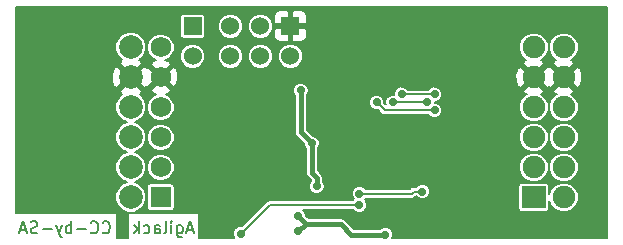
<source format=gbr>
G04 #@! TF.FileFunction,Copper,L2,Bot,Signal*
%FSLAX46Y46*%
G04 Gerber Fmt 4.6, Leading zero omitted, Abs format (unit mm)*
G04 Created by KiCad (PCBNEW 4.0.2+dfsg1-stable) date mar. 12 sept. 2017 23:56:27 CEST*
%MOMM*%
G01*
G04 APERTURE LIST*
%ADD10C,0.100000*%
%ADD11C,0.152400*%
%ADD12R,2.000000X1.900000*%
%ADD13C,1.900000*%
%ADD14C,1.750000*%
%ADD15R,1.750000X1.750000*%
%ADD16C,2.000000*%
%ADD17R,1.524000X1.524000*%
%ADD18C,1.524000*%
%ADD19C,0.711200*%
%ADD20C,0.406400*%
%ADD21C,0.203200*%
%ADD22C,0.200000*%
G04 APERTURE END LIST*
D10*
D11*
X130814366Y-114288843D02*
X130861985Y-114336462D01*
X131004842Y-114384081D01*
X131100080Y-114384081D01*
X131242938Y-114336462D01*
X131338176Y-114241224D01*
X131385795Y-114145986D01*
X131433414Y-113955510D01*
X131433414Y-113812652D01*
X131385795Y-113622176D01*
X131338176Y-113526938D01*
X131242938Y-113431700D01*
X131100080Y-113384081D01*
X131004842Y-113384081D01*
X130861985Y-113431700D01*
X130814366Y-113479319D01*
X129814366Y-114288843D02*
X129861985Y-114336462D01*
X130004842Y-114384081D01*
X130100080Y-114384081D01*
X130242938Y-114336462D01*
X130338176Y-114241224D01*
X130385795Y-114145986D01*
X130433414Y-113955510D01*
X130433414Y-113812652D01*
X130385795Y-113622176D01*
X130338176Y-113526938D01*
X130242938Y-113431700D01*
X130100080Y-113384081D01*
X130004842Y-113384081D01*
X129861985Y-113431700D01*
X129814366Y-113479319D01*
X129385795Y-114003129D02*
X128623890Y-114003129D01*
X128147700Y-114384081D02*
X128147700Y-113384081D01*
X128147700Y-113765033D02*
X128052462Y-113717414D01*
X127861985Y-113717414D01*
X127766747Y-113765033D01*
X127719128Y-113812652D01*
X127671509Y-113907890D01*
X127671509Y-114193605D01*
X127719128Y-114288843D01*
X127766747Y-114336462D01*
X127861985Y-114384081D01*
X128052462Y-114384081D01*
X128147700Y-114336462D01*
X127338176Y-113717414D02*
X127100081Y-114384081D01*
X126861985Y-113717414D02*
X127100081Y-114384081D01*
X127195319Y-114622176D01*
X127242938Y-114669795D01*
X127338176Y-114717414D01*
X126481033Y-114003129D02*
X125719128Y-114003129D01*
X125290557Y-114336462D02*
X125147700Y-114384081D01*
X124909604Y-114384081D01*
X124814366Y-114336462D01*
X124766747Y-114288843D01*
X124719128Y-114193605D01*
X124719128Y-114098367D01*
X124766747Y-114003129D01*
X124814366Y-113955510D01*
X124909604Y-113907890D01*
X125100081Y-113860271D01*
X125195319Y-113812652D01*
X125242938Y-113765033D01*
X125290557Y-113669795D01*
X125290557Y-113574557D01*
X125242938Y-113479319D01*
X125195319Y-113431700D01*
X125100081Y-113384081D01*
X124861985Y-113384081D01*
X124719128Y-113431700D01*
X124338176Y-114098367D02*
X123861985Y-114098367D01*
X124433414Y-114384081D02*
X124100081Y-113384081D01*
X123766747Y-114384081D01*
X138442391Y-114098367D02*
X137966200Y-114098367D01*
X138537629Y-114384081D02*
X138204296Y-113384081D01*
X137870962Y-114384081D01*
X137109057Y-113717414D02*
X137109057Y-114526938D01*
X137156676Y-114622176D01*
X137204295Y-114669795D01*
X137299534Y-114717414D01*
X137442391Y-114717414D01*
X137537629Y-114669795D01*
X137109057Y-114336462D02*
X137204295Y-114384081D01*
X137394772Y-114384081D01*
X137490010Y-114336462D01*
X137537629Y-114288843D01*
X137585248Y-114193605D01*
X137585248Y-113907890D01*
X137537629Y-113812652D01*
X137490010Y-113765033D01*
X137394772Y-113717414D01*
X137204295Y-113717414D01*
X137109057Y-113765033D01*
X136632867Y-114384081D02*
X136632867Y-113717414D01*
X136632867Y-113384081D02*
X136680486Y-113431700D01*
X136632867Y-113479319D01*
X136585248Y-113431700D01*
X136632867Y-113384081D01*
X136632867Y-113479319D01*
X136013820Y-114384081D02*
X136109058Y-114336462D01*
X136156677Y-114241224D01*
X136156677Y-113384081D01*
X135204295Y-114384081D02*
X135204295Y-113860271D01*
X135251914Y-113765033D01*
X135347152Y-113717414D01*
X135537629Y-113717414D01*
X135632867Y-113765033D01*
X135204295Y-114336462D02*
X135299533Y-114384081D01*
X135537629Y-114384081D01*
X135632867Y-114336462D01*
X135680486Y-114241224D01*
X135680486Y-114145986D01*
X135632867Y-114050748D01*
X135537629Y-114003129D01*
X135299533Y-114003129D01*
X135204295Y-113955510D01*
X134299533Y-114336462D02*
X134394771Y-114384081D01*
X134585248Y-114384081D01*
X134680486Y-114336462D01*
X134728105Y-114288843D01*
X134775724Y-114193605D01*
X134775724Y-113907890D01*
X134728105Y-113812652D01*
X134680486Y-113765033D01*
X134585248Y-113717414D01*
X134394771Y-113717414D01*
X134299533Y-113765033D01*
X133870962Y-114384081D02*
X133870962Y-113384081D01*
X133775724Y-114003129D02*
X133490009Y-114384081D01*
X133490009Y-113717414D02*
X133870962Y-114098367D01*
D12*
X167309800Y-111350000D03*
D13*
X167309800Y-108810000D03*
X167309800Y-106270000D03*
X167309800Y-103730000D03*
X167309800Y-101190000D03*
X167309800Y-98650000D03*
X169849800Y-111350000D03*
X169849800Y-108810000D03*
X169849800Y-106270000D03*
X169849800Y-103730000D03*
X169849800Y-101190000D03*
X169849800Y-98650000D03*
D14*
X135724900Y-98650000D03*
X135724900Y-101190000D03*
X135724900Y-103730000D03*
X135724900Y-106270000D03*
X135724900Y-108810000D03*
D15*
X135724900Y-111350000D03*
D16*
X133184900Y-98650000D03*
X133184900Y-101190000D03*
X133184900Y-103730000D03*
X133184900Y-106270000D03*
X133184900Y-108810000D03*
X133184900Y-111350000D03*
D17*
X138417300Y-96850200D03*
D18*
X138417300Y-99390200D03*
D17*
X146710400Y-96850200D03*
D18*
X146710400Y-99390200D03*
X144170400Y-96850200D03*
X144170400Y-99390200D03*
X141630400Y-96850200D03*
X141630400Y-99390200D03*
D19*
X156540200Y-113284000D03*
X133261100Y-96291400D03*
X149885400Y-110413800D03*
X158661100Y-107365800D03*
X150634700Y-98539300D03*
X159207200Y-96088200D03*
X154863800Y-97586800D03*
X163169600Y-99987100D03*
X161963100Y-97586800D03*
X164706300Y-96088200D03*
X170434000Y-96291400D03*
X139217400Y-112776000D03*
X152260300Y-102158800D03*
X150799800Y-106692700D03*
X148526500Y-105257600D03*
X138658600Y-103339900D03*
X154736800Y-114503200D03*
X157873700Y-110871000D03*
X152552400Y-111048800D03*
X148945600Y-110413800D03*
X147383500Y-114223800D03*
X147383500Y-112953800D03*
X147586700Y-102298500D03*
X148526500Y-106781600D03*
X158254700Y-103301800D03*
X155397200Y-103301800D03*
X154012900Y-103301800D03*
X158915100Y-103987600D03*
X158915100Y-102616000D03*
X156133800Y-102616000D03*
X152552400Y-112001300D03*
X142519400Y-114427000D03*
D20*
X158661100Y-107365800D02*
X158661100Y-110299500D01*
X158648400Y-113284000D02*
X156540200Y-113284000D01*
X159143700Y-112788700D02*
X158648400Y-113284000D01*
X159143700Y-110782100D02*
X159143700Y-112788700D01*
X158661100Y-110299500D02*
X159143700Y-110782100D01*
X143967200Y-105257600D02*
X145122900Y-105257600D01*
X148678900Y-101422200D02*
X149415500Y-102158800D01*
X146977100Y-101422200D02*
X148678900Y-101422200D01*
X146481800Y-101917500D02*
X146977100Y-101422200D01*
X146481800Y-103898700D02*
X146481800Y-101917500D01*
X145122900Y-105257600D02*
X146481800Y-103898700D01*
X157581600Y-96088200D02*
X156806900Y-95313500D01*
X134239000Y-95313500D02*
X133261100Y-96291400D01*
X156806900Y-95313500D02*
X134239000Y-95313500D01*
X149885400Y-110413800D02*
X149885400Y-109156500D01*
X150799800Y-108242100D02*
X150799800Y-106692700D01*
X149885400Y-109156500D02*
X150799800Y-108242100D01*
X158661100Y-107365800D02*
X158661100Y-106045000D01*
X163169600Y-101536500D02*
X163169600Y-99987100D01*
X158661100Y-106045000D02*
X163169600Y-101536500D01*
X159207200Y-96088200D02*
X161188400Y-96088200D01*
X161188400Y-96088200D02*
X161963100Y-96862900D01*
X154863800Y-97586800D02*
X151587200Y-97586800D01*
X151587200Y-97586800D02*
X150634700Y-98539300D01*
X154863800Y-97586800D02*
X156083000Y-97586800D01*
X157581600Y-96088200D02*
X159207200Y-96088200D01*
X156083000Y-97586800D02*
X157581600Y-96088200D01*
X161963100Y-97586800D02*
X161963100Y-98780600D01*
X161963100Y-98780600D02*
X163169600Y-99987100D01*
X161963100Y-97586800D02*
X161963100Y-96862900D01*
X162737800Y-96088200D02*
X164706300Y-96088200D01*
X161963100Y-96862900D02*
X162737800Y-96088200D01*
X170434000Y-96291400D02*
X171107100Y-96291400D01*
X169849800Y-101190000D02*
X171932600Y-99107200D01*
X171932600Y-97116900D02*
X171932600Y-99107200D01*
X171107100Y-96291400D02*
X171932600Y-97116900D01*
X139217400Y-112776000D02*
X139217400Y-110007400D01*
X139217400Y-110007400D02*
X143967200Y-105257600D01*
X152260300Y-102158800D02*
X149415500Y-102158800D01*
X148526500Y-103047800D02*
X148526500Y-105257600D01*
X149415500Y-102158800D02*
X148526500Y-103047800D01*
X138658600Y-103339900D02*
X142036800Y-103339900D01*
X143954500Y-105257600D02*
X143967200Y-105257600D01*
X142036800Y-103339900D02*
X143954500Y-105257600D01*
X148526500Y-105257600D02*
X149364700Y-105257600D01*
X149364700Y-105257600D02*
X150799800Y-106692700D01*
D21*
X138658600Y-103339900D02*
X137874800Y-103339900D01*
X137874800Y-103339900D02*
X135724900Y-101190000D01*
D20*
X167309800Y-101190000D02*
X167300700Y-101190000D01*
X167309800Y-101190000D02*
X167313400Y-101190000D01*
X167313400Y-101190000D02*
X168579800Y-99923600D01*
X169846200Y-101190000D02*
X168579800Y-99923600D01*
X169849800Y-101190000D02*
X169846200Y-101190000D01*
X167309800Y-101190000D02*
X167306200Y-101193600D01*
X151853900Y-114503200D02*
X154736800Y-114503200D01*
X151853900Y-114503200D02*
X150952200Y-113601500D01*
X148031200Y-113601500D02*
X150952200Y-113601500D01*
D21*
X152552400Y-111048800D02*
X156959300Y-111048800D01*
X157137100Y-110871000D02*
X157873700Y-110871000D01*
X156959300Y-111048800D02*
X157137100Y-110871000D01*
D20*
X148526500Y-109270800D02*
X148945600Y-109689900D01*
X148526500Y-106781600D02*
X148526500Y-109270800D01*
X148945600Y-109689900D02*
X148945600Y-110413800D01*
X148031200Y-113601500D02*
X148005800Y-113601500D01*
X148005800Y-113601500D02*
X147383500Y-114223800D01*
X148031200Y-113601500D02*
X147383500Y-112953800D01*
X147586700Y-105841800D02*
X147586700Y-102298500D01*
X148526500Y-106781600D02*
X147586700Y-105841800D01*
D21*
X158254700Y-103301800D02*
X155397200Y-103301800D01*
X158915100Y-103987600D02*
X154698700Y-103987600D01*
X154698700Y-103987600D02*
X154012900Y-103301800D01*
X156133800Y-102616000D02*
X158915100Y-102616000D01*
X156133800Y-102616000D02*
X156133800Y-102717600D01*
X152552400Y-112001300D02*
X144945100Y-112001300D01*
X144945100Y-112001300D02*
X142519400Y-114427000D01*
D22*
G36*
X173525000Y-114785000D02*
X155329660Y-114785000D01*
X155392286Y-114634179D01*
X155392514Y-114373365D01*
X155292915Y-114132318D01*
X155108652Y-113947733D01*
X154867779Y-113847714D01*
X154606965Y-113847486D01*
X154365918Y-113947085D01*
X154312911Y-114000000D01*
X152062332Y-114000000D01*
X151308016Y-113245684D01*
X151144766Y-113136604D01*
X150952200Y-113098300D01*
X148239632Y-113098300D01*
X148039149Y-112897817D01*
X148039214Y-112823965D01*
X147939615Y-112582918D01*
X147759911Y-112402900D01*
X152026949Y-112402900D01*
X152180548Y-112556767D01*
X152421421Y-112656786D01*
X152682235Y-112657014D01*
X152923282Y-112557415D01*
X153107867Y-112373152D01*
X153207886Y-112132279D01*
X153208114Y-111871465D01*
X153108515Y-111630418D01*
X153003309Y-111525028D01*
X153078067Y-111450400D01*
X156959300Y-111450400D01*
X157112986Y-111419830D01*
X157243274Y-111332774D01*
X157303448Y-111272600D01*
X157348249Y-111272600D01*
X157501848Y-111426467D01*
X157742721Y-111526486D01*
X158003535Y-111526714D01*
X158244582Y-111427115D01*
X158429167Y-111242852D01*
X158529186Y-111001979D01*
X158529414Y-110741165D01*
X158429815Y-110500118D01*
X158329872Y-110400000D01*
X166003923Y-110400000D01*
X166003923Y-112300000D01*
X166024842Y-112411173D01*
X166090545Y-112513279D01*
X166190797Y-112581778D01*
X166309800Y-112605877D01*
X168309800Y-112605877D01*
X168420973Y-112584958D01*
X168523079Y-112519255D01*
X168591578Y-112419003D01*
X168615677Y-112300000D01*
X168615677Y-111636500D01*
X168789484Y-112057143D01*
X169140807Y-112409081D01*
X169600069Y-112599783D01*
X170097350Y-112600217D01*
X170556943Y-112410316D01*
X170908881Y-112058993D01*
X171099583Y-111599731D01*
X171100017Y-111102450D01*
X170910116Y-110642857D01*
X170558793Y-110290919D01*
X170099531Y-110100217D01*
X169602250Y-110099783D01*
X169142657Y-110289684D01*
X168790719Y-110641007D01*
X168615677Y-111062555D01*
X168615677Y-110400000D01*
X168594758Y-110288827D01*
X168529055Y-110186721D01*
X168428803Y-110118222D01*
X168309800Y-110094123D01*
X166309800Y-110094123D01*
X166198627Y-110115042D01*
X166096521Y-110180745D01*
X166028022Y-110280997D01*
X166003923Y-110400000D01*
X158329872Y-110400000D01*
X158245552Y-110315533D01*
X158004679Y-110215514D01*
X157743865Y-110215286D01*
X157502818Y-110314885D01*
X157348033Y-110469400D01*
X157137100Y-110469400D01*
X156983414Y-110499970D01*
X156853126Y-110587026D01*
X156792952Y-110647200D01*
X153077851Y-110647200D01*
X152924252Y-110493333D01*
X152683379Y-110393314D01*
X152422565Y-110393086D01*
X152181518Y-110492685D01*
X151996933Y-110676948D01*
X151896914Y-110917821D01*
X151896686Y-111178635D01*
X151996285Y-111419682D01*
X152101491Y-111525072D01*
X152026733Y-111599700D01*
X144945100Y-111599700D01*
X144791414Y-111630270D01*
X144661126Y-111717326D01*
X142606976Y-113771476D01*
X142389565Y-113771286D01*
X142148518Y-113870885D01*
X141963933Y-114055148D01*
X141863914Y-114296021D01*
X141863686Y-114556835D01*
X141957962Y-114785000D01*
X139009067Y-114785000D01*
X139009067Y-112703100D01*
X132923333Y-112703100D01*
X132923333Y-114785000D01*
X132000091Y-114785000D01*
X132000091Y-112703100D01*
X123475000Y-112703100D01*
X123475000Y-103987452D01*
X131884674Y-103987452D01*
X132082171Y-104465429D01*
X132447547Y-104831444D01*
X132853885Y-105000170D01*
X132449471Y-105167271D01*
X132083456Y-105532647D01*
X131885126Y-106010279D01*
X131884674Y-106527452D01*
X132082171Y-107005429D01*
X132447547Y-107371444D01*
X132853885Y-107540170D01*
X132449471Y-107707271D01*
X132083456Y-108072647D01*
X131885126Y-108550279D01*
X131884674Y-109067452D01*
X132082171Y-109545429D01*
X132447547Y-109911444D01*
X132853885Y-110080170D01*
X132449471Y-110247271D01*
X132083456Y-110612647D01*
X131885126Y-111090279D01*
X131884674Y-111607452D01*
X132082171Y-112085429D01*
X132447547Y-112451444D01*
X132925179Y-112649774D01*
X133442352Y-112650226D01*
X133920329Y-112452729D01*
X134286344Y-112087353D01*
X134484674Y-111609721D01*
X134485126Y-111092548D01*
X134287629Y-110614571D01*
X134148302Y-110475000D01*
X134544023Y-110475000D01*
X134544023Y-112225000D01*
X134564942Y-112336173D01*
X134630645Y-112438279D01*
X134730897Y-112506778D01*
X134849900Y-112530877D01*
X136599900Y-112530877D01*
X136711073Y-112509958D01*
X136813179Y-112444255D01*
X136881678Y-112344003D01*
X136905777Y-112225000D01*
X136905777Y-110475000D01*
X136884858Y-110363827D01*
X136819155Y-110261721D01*
X136718903Y-110193222D01*
X136599900Y-110169123D01*
X134849900Y-110169123D01*
X134738727Y-110190042D01*
X134636621Y-110255745D01*
X134568122Y-110355997D01*
X134544023Y-110475000D01*
X134148302Y-110475000D01*
X133922253Y-110248556D01*
X133515915Y-110079830D01*
X133920329Y-109912729D01*
X134286344Y-109547353D01*
X134484674Y-109069721D01*
X134484697Y-109042697D01*
X134549696Y-109042697D01*
X134728202Y-109474715D01*
X135058447Y-109805536D01*
X135490153Y-109984796D01*
X135957597Y-109985204D01*
X136389615Y-109806698D01*
X136720436Y-109476453D01*
X136899696Y-109044747D01*
X136900104Y-108577303D01*
X136721598Y-108145285D01*
X136391353Y-107814464D01*
X135959647Y-107635204D01*
X135492203Y-107634796D01*
X135060185Y-107813302D01*
X134729364Y-108143547D01*
X134550104Y-108575253D01*
X134549696Y-109042697D01*
X134484697Y-109042697D01*
X134485126Y-108552548D01*
X134287629Y-108074571D01*
X133922253Y-107708556D01*
X133515915Y-107539830D01*
X133920329Y-107372729D01*
X134286344Y-107007353D01*
X134484674Y-106529721D01*
X134484697Y-106502697D01*
X134549696Y-106502697D01*
X134728202Y-106934715D01*
X135058447Y-107265536D01*
X135490153Y-107444796D01*
X135957597Y-107445204D01*
X136389615Y-107266698D01*
X136720436Y-106936453D01*
X136899696Y-106504747D01*
X136900104Y-106037303D01*
X136721598Y-105605285D01*
X136391353Y-105274464D01*
X135959647Y-105095204D01*
X135492203Y-105094796D01*
X135060185Y-105273302D01*
X134729364Y-105603547D01*
X134550104Y-106035253D01*
X134549696Y-106502697D01*
X134484697Y-106502697D01*
X134485126Y-106012548D01*
X134287629Y-105534571D01*
X133922253Y-105168556D01*
X133515915Y-104999830D01*
X133920329Y-104832729D01*
X134286344Y-104467353D01*
X134484674Y-103989721D01*
X134484697Y-103962697D01*
X134549696Y-103962697D01*
X134728202Y-104394715D01*
X135058447Y-104725536D01*
X135490153Y-104904796D01*
X135957597Y-104905204D01*
X136389615Y-104726698D01*
X136720436Y-104396453D01*
X136899696Y-103964747D01*
X136900104Y-103497303D01*
X136721598Y-103065285D01*
X136391353Y-102734464D01*
X136152079Y-102635109D01*
X136484453Y-102497435D01*
X136509210Y-102428335D01*
X146930986Y-102428335D01*
X147030585Y-102669382D01*
X147083500Y-102722389D01*
X147083500Y-105841800D01*
X147121804Y-106034366D01*
X147230884Y-106197616D01*
X147870851Y-106837583D01*
X147870786Y-106911435D01*
X147970385Y-107152482D01*
X148023300Y-107205489D01*
X148023300Y-109270800D01*
X148061604Y-109463366D01*
X148170684Y-109626616D01*
X148442400Y-109898332D01*
X148442400Y-109989772D01*
X148390133Y-110041948D01*
X148290114Y-110282821D01*
X148289886Y-110543635D01*
X148389485Y-110784682D01*
X148573748Y-110969267D01*
X148814621Y-111069286D01*
X149075435Y-111069514D01*
X149316482Y-110969915D01*
X149501067Y-110785652D01*
X149601086Y-110544779D01*
X149601314Y-110283965D01*
X149501715Y-110042918D01*
X149448800Y-109989911D01*
X149448800Y-109689900D01*
X149410496Y-109497334D01*
X149301416Y-109334084D01*
X149029700Y-109062368D01*
X149029700Y-109057550D01*
X166059583Y-109057550D01*
X166249484Y-109517143D01*
X166600807Y-109869081D01*
X167060069Y-110059783D01*
X167557350Y-110060217D01*
X168016943Y-109870316D01*
X168368881Y-109518993D01*
X168559583Y-109059731D01*
X168559584Y-109057550D01*
X168599583Y-109057550D01*
X168789484Y-109517143D01*
X169140807Y-109869081D01*
X169600069Y-110059783D01*
X170097350Y-110060217D01*
X170556943Y-109870316D01*
X170908881Y-109518993D01*
X171099583Y-109059731D01*
X171100017Y-108562450D01*
X170910116Y-108102857D01*
X170558793Y-107750919D01*
X170099531Y-107560217D01*
X169602250Y-107559783D01*
X169142657Y-107749684D01*
X168790719Y-108101007D01*
X168600017Y-108560269D01*
X168599583Y-109057550D01*
X168559584Y-109057550D01*
X168560017Y-108562450D01*
X168370116Y-108102857D01*
X168018793Y-107750919D01*
X167559531Y-107560217D01*
X167062250Y-107559783D01*
X166602657Y-107749684D01*
X166250719Y-108101007D01*
X166060017Y-108560269D01*
X166059583Y-109057550D01*
X149029700Y-109057550D01*
X149029700Y-107205628D01*
X149081967Y-107153452D01*
X149181986Y-106912579D01*
X149182214Y-106651765D01*
X149126758Y-106517550D01*
X166059583Y-106517550D01*
X166249484Y-106977143D01*
X166600807Y-107329081D01*
X167060069Y-107519783D01*
X167557350Y-107520217D01*
X168016943Y-107330316D01*
X168368881Y-106978993D01*
X168559583Y-106519731D01*
X168559584Y-106517550D01*
X168599583Y-106517550D01*
X168789484Y-106977143D01*
X169140807Y-107329081D01*
X169600069Y-107519783D01*
X170097350Y-107520217D01*
X170556943Y-107330316D01*
X170908881Y-106978993D01*
X171099583Y-106519731D01*
X171100017Y-106022450D01*
X170910116Y-105562857D01*
X170558793Y-105210919D01*
X170099531Y-105020217D01*
X169602250Y-105019783D01*
X169142657Y-105209684D01*
X168790719Y-105561007D01*
X168600017Y-106020269D01*
X168599583Y-106517550D01*
X168559584Y-106517550D01*
X168560017Y-106022450D01*
X168370116Y-105562857D01*
X168018793Y-105210919D01*
X167559531Y-105020217D01*
X167062250Y-105019783D01*
X166602657Y-105209684D01*
X166250719Y-105561007D01*
X166060017Y-106020269D01*
X166059583Y-106517550D01*
X149126758Y-106517550D01*
X149082615Y-106410718D01*
X148898352Y-106226133D01*
X148657479Y-106126114D01*
X148582581Y-106126049D01*
X148089900Y-105633368D01*
X148089900Y-103431635D01*
X153357186Y-103431635D01*
X153456785Y-103672682D01*
X153641048Y-103857267D01*
X153881921Y-103957286D01*
X154100629Y-103957477D01*
X154414726Y-104271574D01*
X154545014Y-104358630D01*
X154698700Y-104389200D01*
X158389649Y-104389200D01*
X158543248Y-104543067D01*
X158784121Y-104643086D01*
X159044935Y-104643314D01*
X159285982Y-104543715D01*
X159470567Y-104359452D01*
X159570586Y-104118579D01*
X159570709Y-103977550D01*
X166059583Y-103977550D01*
X166249484Y-104437143D01*
X166600807Y-104789081D01*
X167060069Y-104979783D01*
X167557350Y-104980217D01*
X168016943Y-104790316D01*
X168368881Y-104438993D01*
X168559583Y-103979731D01*
X168559584Y-103977550D01*
X168599583Y-103977550D01*
X168789484Y-104437143D01*
X169140807Y-104789081D01*
X169600069Y-104979783D01*
X170097350Y-104980217D01*
X170556943Y-104790316D01*
X170908881Y-104438993D01*
X171099583Y-103979731D01*
X171100017Y-103482450D01*
X170910116Y-103022857D01*
X170558793Y-102670919D01*
X170472401Y-102635046D01*
X170654524Y-102559608D01*
X170750827Y-102308815D01*
X169849800Y-101407789D01*
X168948773Y-102308815D01*
X169045076Y-102559608D01*
X169242661Y-102628363D01*
X169142657Y-102669684D01*
X168790719Y-103021007D01*
X168600017Y-103480269D01*
X168599583Y-103977550D01*
X168559584Y-103977550D01*
X168560017Y-103482450D01*
X168370116Y-103022857D01*
X168018793Y-102670919D01*
X167932401Y-102635046D01*
X168114524Y-102559608D01*
X168210827Y-102308815D01*
X167309800Y-101407789D01*
X166408773Y-102308815D01*
X166505076Y-102559608D01*
X166702661Y-102628363D01*
X166602657Y-102669684D01*
X166250719Y-103021007D01*
X166060017Y-103480269D01*
X166059583Y-103977550D01*
X159570709Y-103977550D01*
X159570814Y-103857765D01*
X159471215Y-103616718D01*
X159286952Y-103432133D01*
X159046079Y-103332114D01*
X158910274Y-103331995D01*
X158910327Y-103271596D01*
X159044935Y-103271714D01*
X159285982Y-103172115D01*
X159470567Y-102987852D01*
X159570586Y-102746979D01*
X159570814Y-102486165D01*
X159471215Y-102245118D01*
X159286952Y-102060533D01*
X159046079Y-101960514D01*
X158785265Y-101960286D01*
X158544218Y-102059885D01*
X158389433Y-102214400D01*
X156659251Y-102214400D01*
X156505652Y-102060533D01*
X156264779Y-101960514D01*
X156003965Y-101960286D01*
X155762918Y-102059885D01*
X155578333Y-102244148D01*
X155478314Y-102485021D01*
X155478173Y-102646270D01*
X155267365Y-102646086D01*
X155026318Y-102745685D01*
X154841733Y-102929948D01*
X154741714Y-103170821D01*
X154741486Y-103431635D01*
X154763176Y-103484128D01*
X154668424Y-103389376D01*
X154668614Y-103171965D01*
X154569015Y-102930918D01*
X154384752Y-102746333D01*
X154143879Y-102646314D01*
X153883065Y-102646086D01*
X153642018Y-102745685D01*
X153457433Y-102929948D01*
X153357414Y-103170821D01*
X153357186Y-103431635D01*
X148089900Y-103431635D01*
X148089900Y-102722528D01*
X148142167Y-102670352D01*
X148242186Y-102429479D01*
X148242414Y-102168665D01*
X148142815Y-101927618D01*
X147958552Y-101743033D01*
X147717679Y-101643014D01*
X147456865Y-101642786D01*
X147215818Y-101742385D01*
X147031233Y-101926648D01*
X146931214Y-102167521D01*
X146930986Y-102428335D01*
X136509210Y-102428335D01*
X136571524Y-102254413D01*
X135724900Y-101407789D01*
X134878276Y-102254413D01*
X134965347Y-102497435D01*
X135329341Y-102622089D01*
X135060185Y-102733302D01*
X134729364Y-103063547D01*
X134550104Y-103495253D01*
X134549696Y-103962697D01*
X134484697Y-103962697D01*
X134485126Y-103472548D01*
X134287629Y-102994571D01*
X133931334Y-102637653D01*
X134019726Y-102601040D01*
X134122177Y-102345066D01*
X133184900Y-101407789D01*
X132247623Y-102345066D01*
X132350074Y-102601040D01*
X132443029Y-102633702D01*
X132083456Y-102992647D01*
X131885126Y-103470279D01*
X131884674Y-103987452D01*
X123475000Y-103987452D01*
X123475000Y-100958703D01*
X131561795Y-100958703D01*
X131596833Y-101597445D01*
X131773860Y-102024826D01*
X132029834Y-102127277D01*
X132967111Y-101190000D01*
X133402689Y-101190000D01*
X134339966Y-102127277D01*
X134595940Y-102024826D01*
X134599475Y-102014764D01*
X134660487Y-102036624D01*
X135507111Y-101190000D01*
X135942689Y-101190000D01*
X136789313Y-102036624D01*
X137032335Y-101949553D01*
X137223481Y-101391402D01*
X137197043Y-100970658D01*
X165736492Y-100970658D01*
X165772314Y-101589433D01*
X165940192Y-101994724D01*
X166190985Y-102091027D01*
X167092011Y-101190000D01*
X167527589Y-101190000D01*
X168428615Y-102091027D01*
X168579800Y-102032973D01*
X168730985Y-102091027D01*
X169632011Y-101190000D01*
X170067589Y-101190000D01*
X170968615Y-102091027D01*
X171219408Y-101994724D01*
X171423108Y-101409342D01*
X171387286Y-100790567D01*
X171219408Y-100385276D01*
X170968615Y-100288973D01*
X170067589Y-101190000D01*
X169632011Y-101190000D01*
X168730985Y-100288973D01*
X168579800Y-100347027D01*
X168428615Y-100288973D01*
X167527589Y-101190000D01*
X167092011Y-101190000D01*
X166190985Y-100288973D01*
X165940192Y-100385276D01*
X165736492Y-100970658D01*
X137197043Y-100970658D01*
X137186481Y-100802589D01*
X137032335Y-100430447D01*
X136789313Y-100343376D01*
X135942689Y-101190000D01*
X135507111Y-101190000D01*
X134660487Y-100343376D01*
X134600026Y-100365038D01*
X134595940Y-100355174D01*
X134339966Y-100252723D01*
X133402689Y-101190000D01*
X132967111Y-101190000D01*
X132029834Y-100252723D01*
X131773860Y-100355174D01*
X131561795Y-100958703D01*
X123475000Y-100958703D01*
X123475000Y-98907452D01*
X131884674Y-98907452D01*
X132082171Y-99385429D01*
X132438466Y-99742347D01*
X132350074Y-99778960D01*
X132247623Y-100034934D01*
X133184900Y-100972211D01*
X134122177Y-100034934D01*
X134019726Y-99778960D01*
X133926771Y-99746298D01*
X134286344Y-99387353D01*
X134484674Y-98909721D01*
X134484697Y-98882697D01*
X134549696Y-98882697D01*
X134728202Y-99314715D01*
X135058447Y-99645536D01*
X135297721Y-99744891D01*
X134965347Y-99882565D01*
X134878276Y-100125587D01*
X135724900Y-100972211D01*
X136571524Y-100125587D01*
X136484453Y-99882565D01*
X136120459Y-99757911D01*
X136389615Y-99646698D01*
X136435875Y-99600518D01*
X137355116Y-99600518D01*
X137516455Y-99990989D01*
X137814940Y-100289995D01*
X138205128Y-100452015D01*
X138627618Y-100452384D01*
X139018089Y-100291045D01*
X139317095Y-99992560D01*
X139479115Y-99602372D01*
X139479116Y-99600518D01*
X140568216Y-99600518D01*
X140729555Y-99990989D01*
X141028040Y-100289995D01*
X141418228Y-100452015D01*
X141840718Y-100452384D01*
X142231189Y-100291045D01*
X142530195Y-99992560D01*
X142692215Y-99602372D01*
X142692216Y-99600518D01*
X143108216Y-99600518D01*
X143269555Y-99990989D01*
X143568040Y-100289995D01*
X143958228Y-100452015D01*
X144380718Y-100452384D01*
X144771189Y-100291045D01*
X145070195Y-99992560D01*
X145232215Y-99602372D01*
X145232216Y-99600518D01*
X145648216Y-99600518D01*
X145809555Y-99990989D01*
X146108040Y-100289995D01*
X146498228Y-100452015D01*
X146920718Y-100452384D01*
X147311189Y-100291045D01*
X147610195Y-99992560D01*
X147772215Y-99602372D01*
X147772584Y-99179882D01*
X147655928Y-98897550D01*
X166059583Y-98897550D01*
X166249484Y-99357143D01*
X166600807Y-99709081D01*
X166687199Y-99744954D01*
X166505076Y-99820392D01*
X166408773Y-100071185D01*
X167309800Y-100972211D01*
X168210827Y-100071185D01*
X168114524Y-99820392D01*
X167916939Y-99751637D01*
X168016943Y-99710316D01*
X168368881Y-99358993D01*
X168559583Y-98899731D01*
X168559584Y-98897550D01*
X168599583Y-98897550D01*
X168789484Y-99357143D01*
X169140807Y-99709081D01*
X169227199Y-99744954D01*
X169045076Y-99820392D01*
X168948773Y-100071185D01*
X169849800Y-100972211D01*
X170750827Y-100071185D01*
X170654524Y-99820392D01*
X170456939Y-99751637D01*
X170556943Y-99710316D01*
X170908881Y-99358993D01*
X171099583Y-98899731D01*
X171100017Y-98402450D01*
X170910116Y-97942857D01*
X170558793Y-97590919D01*
X170099531Y-97400217D01*
X169602250Y-97399783D01*
X169142657Y-97589684D01*
X168790719Y-97941007D01*
X168600017Y-98400269D01*
X168599583Y-98897550D01*
X168559584Y-98897550D01*
X168560017Y-98402450D01*
X168370116Y-97942857D01*
X168018793Y-97590919D01*
X167559531Y-97400217D01*
X167062250Y-97399783D01*
X166602657Y-97589684D01*
X166250719Y-97941007D01*
X166060017Y-98400269D01*
X166059583Y-98897550D01*
X147655928Y-98897550D01*
X147611245Y-98789411D01*
X147312760Y-98490405D01*
X146922572Y-98328385D01*
X146500082Y-98328016D01*
X146109611Y-98489355D01*
X145810605Y-98787840D01*
X145648585Y-99178028D01*
X145648216Y-99600518D01*
X145232216Y-99600518D01*
X145232584Y-99179882D01*
X145071245Y-98789411D01*
X144772760Y-98490405D01*
X144382572Y-98328385D01*
X143960082Y-98328016D01*
X143569611Y-98489355D01*
X143270605Y-98787840D01*
X143108585Y-99178028D01*
X143108216Y-99600518D01*
X142692216Y-99600518D01*
X142692584Y-99179882D01*
X142531245Y-98789411D01*
X142232760Y-98490405D01*
X141842572Y-98328385D01*
X141420082Y-98328016D01*
X141029611Y-98489355D01*
X140730605Y-98787840D01*
X140568585Y-99178028D01*
X140568216Y-99600518D01*
X139479116Y-99600518D01*
X139479484Y-99179882D01*
X139318145Y-98789411D01*
X139019660Y-98490405D01*
X138629472Y-98328385D01*
X138206982Y-98328016D01*
X137816511Y-98489355D01*
X137517505Y-98787840D01*
X137355485Y-99178028D01*
X137355116Y-99600518D01*
X136435875Y-99600518D01*
X136720436Y-99316453D01*
X136899696Y-98884747D01*
X136900104Y-98417303D01*
X136721598Y-97985285D01*
X136391353Y-97654464D01*
X135959647Y-97475204D01*
X135492203Y-97474796D01*
X135060185Y-97653302D01*
X134729364Y-97983547D01*
X134550104Y-98415253D01*
X134549696Y-98882697D01*
X134484697Y-98882697D01*
X134485126Y-98392548D01*
X134287629Y-97914571D01*
X133922253Y-97548556D01*
X133444621Y-97350226D01*
X132927448Y-97349774D01*
X132449471Y-97547271D01*
X132083456Y-97912647D01*
X131885126Y-98390279D01*
X131884674Y-98907452D01*
X123475000Y-98907452D01*
X123475000Y-96088200D01*
X137349423Y-96088200D01*
X137349423Y-97612200D01*
X137370342Y-97723373D01*
X137436045Y-97825479D01*
X137536297Y-97893978D01*
X137655300Y-97918077D01*
X139179300Y-97918077D01*
X139290473Y-97897158D01*
X139392579Y-97831455D01*
X139461078Y-97731203D01*
X139485177Y-97612200D01*
X139485177Y-97060518D01*
X140568216Y-97060518D01*
X140729555Y-97450989D01*
X141028040Y-97749995D01*
X141418228Y-97912015D01*
X141840718Y-97912384D01*
X142231189Y-97751045D01*
X142530195Y-97452560D01*
X142692215Y-97062372D01*
X142692216Y-97060518D01*
X143108216Y-97060518D01*
X143269555Y-97450989D01*
X143568040Y-97749995D01*
X143958228Y-97912015D01*
X144380718Y-97912384D01*
X144771189Y-97751045D01*
X145070195Y-97452560D01*
X145193254Y-97156200D01*
X145340400Y-97156200D01*
X145340400Y-97733138D01*
X145432962Y-97956604D01*
X145603995Y-98127637D01*
X145827461Y-98220200D01*
X146404400Y-98220200D01*
X146556400Y-98068200D01*
X146556400Y-97004200D01*
X146864400Y-97004200D01*
X146864400Y-98068200D01*
X147016400Y-98220200D01*
X147593339Y-98220200D01*
X147816805Y-98127637D01*
X147987838Y-97956604D01*
X148080400Y-97733138D01*
X148080400Y-97156200D01*
X147928400Y-97004200D01*
X146864400Y-97004200D01*
X146556400Y-97004200D01*
X145492400Y-97004200D01*
X145340400Y-97156200D01*
X145193254Y-97156200D01*
X145232215Y-97062372D01*
X145232584Y-96639882D01*
X145071245Y-96249411D01*
X144789588Y-95967262D01*
X145340400Y-95967262D01*
X145340400Y-96544200D01*
X145492400Y-96696200D01*
X146556400Y-96696200D01*
X146556400Y-95632200D01*
X146864400Y-95632200D01*
X146864400Y-96696200D01*
X147928400Y-96696200D01*
X148080400Y-96544200D01*
X148080400Y-95967262D01*
X147987838Y-95743796D01*
X147816805Y-95572763D01*
X147593339Y-95480200D01*
X147016400Y-95480200D01*
X146864400Y-95632200D01*
X146556400Y-95632200D01*
X146404400Y-95480200D01*
X145827461Y-95480200D01*
X145603995Y-95572763D01*
X145432962Y-95743796D01*
X145340400Y-95967262D01*
X144789588Y-95967262D01*
X144772760Y-95950405D01*
X144382572Y-95788385D01*
X143960082Y-95788016D01*
X143569611Y-95949355D01*
X143270605Y-96247840D01*
X143108585Y-96638028D01*
X143108216Y-97060518D01*
X142692216Y-97060518D01*
X142692584Y-96639882D01*
X142531245Y-96249411D01*
X142232760Y-95950405D01*
X141842572Y-95788385D01*
X141420082Y-95788016D01*
X141029611Y-95949355D01*
X140730605Y-96247840D01*
X140568585Y-96638028D01*
X140568216Y-97060518D01*
X139485177Y-97060518D01*
X139485177Y-96088200D01*
X139464258Y-95977027D01*
X139398555Y-95874921D01*
X139298303Y-95806422D01*
X139179300Y-95782323D01*
X137655300Y-95782323D01*
X137544127Y-95803242D01*
X137442021Y-95868945D01*
X137373522Y-95969197D01*
X137349423Y-96088200D01*
X123475000Y-96088200D01*
X123475000Y-95215000D01*
X173525000Y-95215000D01*
X173525000Y-114785000D01*
X173525000Y-114785000D01*
G37*
X173525000Y-114785000D02*
X155329660Y-114785000D01*
X155392286Y-114634179D01*
X155392514Y-114373365D01*
X155292915Y-114132318D01*
X155108652Y-113947733D01*
X154867779Y-113847714D01*
X154606965Y-113847486D01*
X154365918Y-113947085D01*
X154312911Y-114000000D01*
X152062332Y-114000000D01*
X151308016Y-113245684D01*
X151144766Y-113136604D01*
X150952200Y-113098300D01*
X148239632Y-113098300D01*
X148039149Y-112897817D01*
X148039214Y-112823965D01*
X147939615Y-112582918D01*
X147759911Y-112402900D01*
X152026949Y-112402900D01*
X152180548Y-112556767D01*
X152421421Y-112656786D01*
X152682235Y-112657014D01*
X152923282Y-112557415D01*
X153107867Y-112373152D01*
X153207886Y-112132279D01*
X153208114Y-111871465D01*
X153108515Y-111630418D01*
X153003309Y-111525028D01*
X153078067Y-111450400D01*
X156959300Y-111450400D01*
X157112986Y-111419830D01*
X157243274Y-111332774D01*
X157303448Y-111272600D01*
X157348249Y-111272600D01*
X157501848Y-111426467D01*
X157742721Y-111526486D01*
X158003535Y-111526714D01*
X158244582Y-111427115D01*
X158429167Y-111242852D01*
X158529186Y-111001979D01*
X158529414Y-110741165D01*
X158429815Y-110500118D01*
X158329872Y-110400000D01*
X166003923Y-110400000D01*
X166003923Y-112300000D01*
X166024842Y-112411173D01*
X166090545Y-112513279D01*
X166190797Y-112581778D01*
X166309800Y-112605877D01*
X168309800Y-112605877D01*
X168420973Y-112584958D01*
X168523079Y-112519255D01*
X168591578Y-112419003D01*
X168615677Y-112300000D01*
X168615677Y-111636500D01*
X168789484Y-112057143D01*
X169140807Y-112409081D01*
X169600069Y-112599783D01*
X170097350Y-112600217D01*
X170556943Y-112410316D01*
X170908881Y-112058993D01*
X171099583Y-111599731D01*
X171100017Y-111102450D01*
X170910116Y-110642857D01*
X170558793Y-110290919D01*
X170099531Y-110100217D01*
X169602250Y-110099783D01*
X169142657Y-110289684D01*
X168790719Y-110641007D01*
X168615677Y-111062555D01*
X168615677Y-110400000D01*
X168594758Y-110288827D01*
X168529055Y-110186721D01*
X168428803Y-110118222D01*
X168309800Y-110094123D01*
X166309800Y-110094123D01*
X166198627Y-110115042D01*
X166096521Y-110180745D01*
X166028022Y-110280997D01*
X166003923Y-110400000D01*
X158329872Y-110400000D01*
X158245552Y-110315533D01*
X158004679Y-110215514D01*
X157743865Y-110215286D01*
X157502818Y-110314885D01*
X157348033Y-110469400D01*
X157137100Y-110469400D01*
X156983414Y-110499970D01*
X156853126Y-110587026D01*
X156792952Y-110647200D01*
X153077851Y-110647200D01*
X152924252Y-110493333D01*
X152683379Y-110393314D01*
X152422565Y-110393086D01*
X152181518Y-110492685D01*
X151996933Y-110676948D01*
X151896914Y-110917821D01*
X151896686Y-111178635D01*
X151996285Y-111419682D01*
X152101491Y-111525072D01*
X152026733Y-111599700D01*
X144945100Y-111599700D01*
X144791414Y-111630270D01*
X144661126Y-111717326D01*
X142606976Y-113771476D01*
X142389565Y-113771286D01*
X142148518Y-113870885D01*
X141963933Y-114055148D01*
X141863914Y-114296021D01*
X141863686Y-114556835D01*
X141957962Y-114785000D01*
X139009067Y-114785000D01*
X139009067Y-112703100D01*
X132923333Y-112703100D01*
X132923333Y-114785000D01*
X132000091Y-114785000D01*
X132000091Y-112703100D01*
X123475000Y-112703100D01*
X123475000Y-103987452D01*
X131884674Y-103987452D01*
X132082171Y-104465429D01*
X132447547Y-104831444D01*
X132853885Y-105000170D01*
X132449471Y-105167271D01*
X132083456Y-105532647D01*
X131885126Y-106010279D01*
X131884674Y-106527452D01*
X132082171Y-107005429D01*
X132447547Y-107371444D01*
X132853885Y-107540170D01*
X132449471Y-107707271D01*
X132083456Y-108072647D01*
X131885126Y-108550279D01*
X131884674Y-109067452D01*
X132082171Y-109545429D01*
X132447547Y-109911444D01*
X132853885Y-110080170D01*
X132449471Y-110247271D01*
X132083456Y-110612647D01*
X131885126Y-111090279D01*
X131884674Y-111607452D01*
X132082171Y-112085429D01*
X132447547Y-112451444D01*
X132925179Y-112649774D01*
X133442352Y-112650226D01*
X133920329Y-112452729D01*
X134286344Y-112087353D01*
X134484674Y-111609721D01*
X134485126Y-111092548D01*
X134287629Y-110614571D01*
X134148302Y-110475000D01*
X134544023Y-110475000D01*
X134544023Y-112225000D01*
X134564942Y-112336173D01*
X134630645Y-112438279D01*
X134730897Y-112506778D01*
X134849900Y-112530877D01*
X136599900Y-112530877D01*
X136711073Y-112509958D01*
X136813179Y-112444255D01*
X136881678Y-112344003D01*
X136905777Y-112225000D01*
X136905777Y-110475000D01*
X136884858Y-110363827D01*
X136819155Y-110261721D01*
X136718903Y-110193222D01*
X136599900Y-110169123D01*
X134849900Y-110169123D01*
X134738727Y-110190042D01*
X134636621Y-110255745D01*
X134568122Y-110355997D01*
X134544023Y-110475000D01*
X134148302Y-110475000D01*
X133922253Y-110248556D01*
X133515915Y-110079830D01*
X133920329Y-109912729D01*
X134286344Y-109547353D01*
X134484674Y-109069721D01*
X134484697Y-109042697D01*
X134549696Y-109042697D01*
X134728202Y-109474715D01*
X135058447Y-109805536D01*
X135490153Y-109984796D01*
X135957597Y-109985204D01*
X136389615Y-109806698D01*
X136720436Y-109476453D01*
X136899696Y-109044747D01*
X136900104Y-108577303D01*
X136721598Y-108145285D01*
X136391353Y-107814464D01*
X135959647Y-107635204D01*
X135492203Y-107634796D01*
X135060185Y-107813302D01*
X134729364Y-108143547D01*
X134550104Y-108575253D01*
X134549696Y-109042697D01*
X134484697Y-109042697D01*
X134485126Y-108552548D01*
X134287629Y-108074571D01*
X133922253Y-107708556D01*
X133515915Y-107539830D01*
X133920329Y-107372729D01*
X134286344Y-107007353D01*
X134484674Y-106529721D01*
X134484697Y-106502697D01*
X134549696Y-106502697D01*
X134728202Y-106934715D01*
X135058447Y-107265536D01*
X135490153Y-107444796D01*
X135957597Y-107445204D01*
X136389615Y-107266698D01*
X136720436Y-106936453D01*
X136899696Y-106504747D01*
X136900104Y-106037303D01*
X136721598Y-105605285D01*
X136391353Y-105274464D01*
X135959647Y-105095204D01*
X135492203Y-105094796D01*
X135060185Y-105273302D01*
X134729364Y-105603547D01*
X134550104Y-106035253D01*
X134549696Y-106502697D01*
X134484697Y-106502697D01*
X134485126Y-106012548D01*
X134287629Y-105534571D01*
X133922253Y-105168556D01*
X133515915Y-104999830D01*
X133920329Y-104832729D01*
X134286344Y-104467353D01*
X134484674Y-103989721D01*
X134484697Y-103962697D01*
X134549696Y-103962697D01*
X134728202Y-104394715D01*
X135058447Y-104725536D01*
X135490153Y-104904796D01*
X135957597Y-104905204D01*
X136389615Y-104726698D01*
X136720436Y-104396453D01*
X136899696Y-103964747D01*
X136900104Y-103497303D01*
X136721598Y-103065285D01*
X136391353Y-102734464D01*
X136152079Y-102635109D01*
X136484453Y-102497435D01*
X136509210Y-102428335D01*
X146930986Y-102428335D01*
X147030585Y-102669382D01*
X147083500Y-102722389D01*
X147083500Y-105841800D01*
X147121804Y-106034366D01*
X147230884Y-106197616D01*
X147870851Y-106837583D01*
X147870786Y-106911435D01*
X147970385Y-107152482D01*
X148023300Y-107205489D01*
X148023300Y-109270800D01*
X148061604Y-109463366D01*
X148170684Y-109626616D01*
X148442400Y-109898332D01*
X148442400Y-109989772D01*
X148390133Y-110041948D01*
X148290114Y-110282821D01*
X148289886Y-110543635D01*
X148389485Y-110784682D01*
X148573748Y-110969267D01*
X148814621Y-111069286D01*
X149075435Y-111069514D01*
X149316482Y-110969915D01*
X149501067Y-110785652D01*
X149601086Y-110544779D01*
X149601314Y-110283965D01*
X149501715Y-110042918D01*
X149448800Y-109989911D01*
X149448800Y-109689900D01*
X149410496Y-109497334D01*
X149301416Y-109334084D01*
X149029700Y-109062368D01*
X149029700Y-109057550D01*
X166059583Y-109057550D01*
X166249484Y-109517143D01*
X166600807Y-109869081D01*
X167060069Y-110059783D01*
X167557350Y-110060217D01*
X168016943Y-109870316D01*
X168368881Y-109518993D01*
X168559583Y-109059731D01*
X168559584Y-109057550D01*
X168599583Y-109057550D01*
X168789484Y-109517143D01*
X169140807Y-109869081D01*
X169600069Y-110059783D01*
X170097350Y-110060217D01*
X170556943Y-109870316D01*
X170908881Y-109518993D01*
X171099583Y-109059731D01*
X171100017Y-108562450D01*
X170910116Y-108102857D01*
X170558793Y-107750919D01*
X170099531Y-107560217D01*
X169602250Y-107559783D01*
X169142657Y-107749684D01*
X168790719Y-108101007D01*
X168600017Y-108560269D01*
X168599583Y-109057550D01*
X168559584Y-109057550D01*
X168560017Y-108562450D01*
X168370116Y-108102857D01*
X168018793Y-107750919D01*
X167559531Y-107560217D01*
X167062250Y-107559783D01*
X166602657Y-107749684D01*
X166250719Y-108101007D01*
X166060017Y-108560269D01*
X166059583Y-109057550D01*
X149029700Y-109057550D01*
X149029700Y-107205628D01*
X149081967Y-107153452D01*
X149181986Y-106912579D01*
X149182214Y-106651765D01*
X149126758Y-106517550D01*
X166059583Y-106517550D01*
X166249484Y-106977143D01*
X166600807Y-107329081D01*
X167060069Y-107519783D01*
X167557350Y-107520217D01*
X168016943Y-107330316D01*
X168368881Y-106978993D01*
X168559583Y-106519731D01*
X168559584Y-106517550D01*
X168599583Y-106517550D01*
X168789484Y-106977143D01*
X169140807Y-107329081D01*
X169600069Y-107519783D01*
X170097350Y-107520217D01*
X170556943Y-107330316D01*
X170908881Y-106978993D01*
X171099583Y-106519731D01*
X171100017Y-106022450D01*
X170910116Y-105562857D01*
X170558793Y-105210919D01*
X170099531Y-105020217D01*
X169602250Y-105019783D01*
X169142657Y-105209684D01*
X168790719Y-105561007D01*
X168600017Y-106020269D01*
X168599583Y-106517550D01*
X168559584Y-106517550D01*
X168560017Y-106022450D01*
X168370116Y-105562857D01*
X168018793Y-105210919D01*
X167559531Y-105020217D01*
X167062250Y-105019783D01*
X166602657Y-105209684D01*
X166250719Y-105561007D01*
X166060017Y-106020269D01*
X166059583Y-106517550D01*
X149126758Y-106517550D01*
X149082615Y-106410718D01*
X148898352Y-106226133D01*
X148657479Y-106126114D01*
X148582581Y-106126049D01*
X148089900Y-105633368D01*
X148089900Y-103431635D01*
X153357186Y-103431635D01*
X153456785Y-103672682D01*
X153641048Y-103857267D01*
X153881921Y-103957286D01*
X154100629Y-103957477D01*
X154414726Y-104271574D01*
X154545014Y-104358630D01*
X154698700Y-104389200D01*
X158389649Y-104389200D01*
X158543248Y-104543067D01*
X158784121Y-104643086D01*
X159044935Y-104643314D01*
X159285982Y-104543715D01*
X159470567Y-104359452D01*
X159570586Y-104118579D01*
X159570709Y-103977550D01*
X166059583Y-103977550D01*
X166249484Y-104437143D01*
X166600807Y-104789081D01*
X167060069Y-104979783D01*
X167557350Y-104980217D01*
X168016943Y-104790316D01*
X168368881Y-104438993D01*
X168559583Y-103979731D01*
X168559584Y-103977550D01*
X168599583Y-103977550D01*
X168789484Y-104437143D01*
X169140807Y-104789081D01*
X169600069Y-104979783D01*
X170097350Y-104980217D01*
X170556943Y-104790316D01*
X170908881Y-104438993D01*
X171099583Y-103979731D01*
X171100017Y-103482450D01*
X170910116Y-103022857D01*
X170558793Y-102670919D01*
X170472401Y-102635046D01*
X170654524Y-102559608D01*
X170750827Y-102308815D01*
X169849800Y-101407789D01*
X168948773Y-102308815D01*
X169045076Y-102559608D01*
X169242661Y-102628363D01*
X169142657Y-102669684D01*
X168790719Y-103021007D01*
X168600017Y-103480269D01*
X168599583Y-103977550D01*
X168559584Y-103977550D01*
X168560017Y-103482450D01*
X168370116Y-103022857D01*
X168018793Y-102670919D01*
X167932401Y-102635046D01*
X168114524Y-102559608D01*
X168210827Y-102308815D01*
X167309800Y-101407789D01*
X166408773Y-102308815D01*
X166505076Y-102559608D01*
X166702661Y-102628363D01*
X166602657Y-102669684D01*
X166250719Y-103021007D01*
X166060017Y-103480269D01*
X166059583Y-103977550D01*
X159570709Y-103977550D01*
X159570814Y-103857765D01*
X159471215Y-103616718D01*
X159286952Y-103432133D01*
X159046079Y-103332114D01*
X158910274Y-103331995D01*
X158910327Y-103271596D01*
X159044935Y-103271714D01*
X159285982Y-103172115D01*
X159470567Y-102987852D01*
X159570586Y-102746979D01*
X159570814Y-102486165D01*
X159471215Y-102245118D01*
X159286952Y-102060533D01*
X159046079Y-101960514D01*
X158785265Y-101960286D01*
X158544218Y-102059885D01*
X158389433Y-102214400D01*
X156659251Y-102214400D01*
X156505652Y-102060533D01*
X156264779Y-101960514D01*
X156003965Y-101960286D01*
X155762918Y-102059885D01*
X155578333Y-102244148D01*
X155478314Y-102485021D01*
X155478173Y-102646270D01*
X155267365Y-102646086D01*
X155026318Y-102745685D01*
X154841733Y-102929948D01*
X154741714Y-103170821D01*
X154741486Y-103431635D01*
X154763176Y-103484128D01*
X154668424Y-103389376D01*
X154668614Y-103171965D01*
X154569015Y-102930918D01*
X154384752Y-102746333D01*
X154143879Y-102646314D01*
X153883065Y-102646086D01*
X153642018Y-102745685D01*
X153457433Y-102929948D01*
X153357414Y-103170821D01*
X153357186Y-103431635D01*
X148089900Y-103431635D01*
X148089900Y-102722528D01*
X148142167Y-102670352D01*
X148242186Y-102429479D01*
X148242414Y-102168665D01*
X148142815Y-101927618D01*
X147958552Y-101743033D01*
X147717679Y-101643014D01*
X147456865Y-101642786D01*
X147215818Y-101742385D01*
X147031233Y-101926648D01*
X146931214Y-102167521D01*
X146930986Y-102428335D01*
X136509210Y-102428335D01*
X136571524Y-102254413D01*
X135724900Y-101407789D01*
X134878276Y-102254413D01*
X134965347Y-102497435D01*
X135329341Y-102622089D01*
X135060185Y-102733302D01*
X134729364Y-103063547D01*
X134550104Y-103495253D01*
X134549696Y-103962697D01*
X134484697Y-103962697D01*
X134485126Y-103472548D01*
X134287629Y-102994571D01*
X133931334Y-102637653D01*
X134019726Y-102601040D01*
X134122177Y-102345066D01*
X133184900Y-101407789D01*
X132247623Y-102345066D01*
X132350074Y-102601040D01*
X132443029Y-102633702D01*
X132083456Y-102992647D01*
X131885126Y-103470279D01*
X131884674Y-103987452D01*
X123475000Y-103987452D01*
X123475000Y-100958703D01*
X131561795Y-100958703D01*
X131596833Y-101597445D01*
X131773860Y-102024826D01*
X132029834Y-102127277D01*
X132967111Y-101190000D01*
X133402689Y-101190000D01*
X134339966Y-102127277D01*
X134595940Y-102024826D01*
X134599475Y-102014764D01*
X134660487Y-102036624D01*
X135507111Y-101190000D01*
X135942689Y-101190000D01*
X136789313Y-102036624D01*
X137032335Y-101949553D01*
X137223481Y-101391402D01*
X137197043Y-100970658D01*
X165736492Y-100970658D01*
X165772314Y-101589433D01*
X165940192Y-101994724D01*
X166190985Y-102091027D01*
X167092011Y-101190000D01*
X167527589Y-101190000D01*
X168428615Y-102091027D01*
X168579800Y-102032973D01*
X168730985Y-102091027D01*
X169632011Y-101190000D01*
X170067589Y-101190000D01*
X170968615Y-102091027D01*
X171219408Y-101994724D01*
X171423108Y-101409342D01*
X171387286Y-100790567D01*
X171219408Y-100385276D01*
X170968615Y-100288973D01*
X170067589Y-101190000D01*
X169632011Y-101190000D01*
X168730985Y-100288973D01*
X168579800Y-100347027D01*
X168428615Y-100288973D01*
X167527589Y-101190000D01*
X167092011Y-101190000D01*
X166190985Y-100288973D01*
X165940192Y-100385276D01*
X165736492Y-100970658D01*
X137197043Y-100970658D01*
X137186481Y-100802589D01*
X137032335Y-100430447D01*
X136789313Y-100343376D01*
X135942689Y-101190000D01*
X135507111Y-101190000D01*
X134660487Y-100343376D01*
X134600026Y-100365038D01*
X134595940Y-100355174D01*
X134339966Y-100252723D01*
X133402689Y-101190000D01*
X132967111Y-101190000D01*
X132029834Y-100252723D01*
X131773860Y-100355174D01*
X131561795Y-100958703D01*
X123475000Y-100958703D01*
X123475000Y-98907452D01*
X131884674Y-98907452D01*
X132082171Y-99385429D01*
X132438466Y-99742347D01*
X132350074Y-99778960D01*
X132247623Y-100034934D01*
X133184900Y-100972211D01*
X134122177Y-100034934D01*
X134019726Y-99778960D01*
X133926771Y-99746298D01*
X134286344Y-99387353D01*
X134484674Y-98909721D01*
X134484697Y-98882697D01*
X134549696Y-98882697D01*
X134728202Y-99314715D01*
X135058447Y-99645536D01*
X135297721Y-99744891D01*
X134965347Y-99882565D01*
X134878276Y-100125587D01*
X135724900Y-100972211D01*
X136571524Y-100125587D01*
X136484453Y-99882565D01*
X136120459Y-99757911D01*
X136389615Y-99646698D01*
X136435875Y-99600518D01*
X137355116Y-99600518D01*
X137516455Y-99990989D01*
X137814940Y-100289995D01*
X138205128Y-100452015D01*
X138627618Y-100452384D01*
X139018089Y-100291045D01*
X139317095Y-99992560D01*
X139479115Y-99602372D01*
X139479116Y-99600518D01*
X140568216Y-99600518D01*
X140729555Y-99990989D01*
X141028040Y-100289995D01*
X141418228Y-100452015D01*
X141840718Y-100452384D01*
X142231189Y-100291045D01*
X142530195Y-99992560D01*
X142692215Y-99602372D01*
X142692216Y-99600518D01*
X143108216Y-99600518D01*
X143269555Y-99990989D01*
X143568040Y-100289995D01*
X143958228Y-100452015D01*
X144380718Y-100452384D01*
X144771189Y-100291045D01*
X145070195Y-99992560D01*
X145232215Y-99602372D01*
X145232216Y-99600518D01*
X145648216Y-99600518D01*
X145809555Y-99990989D01*
X146108040Y-100289995D01*
X146498228Y-100452015D01*
X146920718Y-100452384D01*
X147311189Y-100291045D01*
X147610195Y-99992560D01*
X147772215Y-99602372D01*
X147772584Y-99179882D01*
X147655928Y-98897550D01*
X166059583Y-98897550D01*
X166249484Y-99357143D01*
X166600807Y-99709081D01*
X166687199Y-99744954D01*
X166505076Y-99820392D01*
X166408773Y-100071185D01*
X167309800Y-100972211D01*
X168210827Y-100071185D01*
X168114524Y-99820392D01*
X167916939Y-99751637D01*
X168016943Y-99710316D01*
X168368881Y-99358993D01*
X168559583Y-98899731D01*
X168559584Y-98897550D01*
X168599583Y-98897550D01*
X168789484Y-99357143D01*
X169140807Y-99709081D01*
X169227199Y-99744954D01*
X169045076Y-99820392D01*
X168948773Y-100071185D01*
X169849800Y-100972211D01*
X170750827Y-100071185D01*
X170654524Y-99820392D01*
X170456939Y-99751637D01*
X170556943Y-99710316D01*
X170908881Y-99358993D01*
X171099583Y-98899731D01*
X171100017Y-98402450D01*
X170910116Y-97942857D01*
X170558793Y-97590919D01*
X170099531Y-97400217D01*
X169602250Y-97399783D01*
X169142657Y-97589684D01*
X168790719Y-97941007D01*
X168600017Y-98400269D01*
X168599583Y-98897550D01*
X168559584Y-98897550D01*
X168560017Y-98402450D01*
X168370116Y-97942857D01*
X168018793Y-97590919D01*
X167559531Y-97400217D01*
X167062250Y-97399783D01*
X166602657Y-97589684D01*
X166250719Y-97941007D01*
X166060017Y-98400269D01*
X166059583Y-98897550D01*
X147655928Y-98897550D01*
X147611245Y-98789411D01*
X147312760Y-98490405D01*
X146922572Y-98328385D01*
X146500082Y-98328016D01*
X146109611Y-98489355D01*
X145810605Y-98787840D01*
X145648585Y-99178028D01*
X145648216Y-99600518D01*
X145232216Y-99600518D01*
X145232584Y-99179882D01*
X145071245Y-98789411D01*
X144772760Y-98490405D01*
X144382572Y-98328385D01*
X143960082Y-98328016D01*
X143569611Y-98489355D01*
X143270605Y-98787840D01*
X143108585Y-99178028D01*
X143108216Y-99600518D01*
X142692216Y-99600518D01*
X142692584Y-99179882D01*
X142531245Y-98789411D01*
X142232760Y-98490405D01*
X141842572Y-98328385D01*
X141420082Y-98328016D01*
X141029611Y-98489355D01*
X140730605Y-98787840D01*
X140568585Y-99178028D01*
X140568216Y-99600518D01*
X139479116Y-99600518D01*
X139479484Y-99179882D01*
X139318145Y-98789411D01*
X139019660Y-98490405D01*
X138629472Y-98328385D01*
X138206982Y-98328016D01*
X137816511Y-98489355D01*
X137517505Y-98787840D01*
X137355485Y-99178028D01*
X137355116Y-99600518D01*
X136435875Y-99600518D01*
X136720436Y-99316453D01*
X136899696Y-98884747D01*
X136900104Y-98417303D01*
X136721598Y-97985285D01*
X136391353Y-97654464D01*
X135959647Y-97475204D01*
X135492203Y-97474796D01*
X135060185Y-97653302D01*
X134729364Y-97983547D01*
X134550104Y-98415253D01*
X134549696Y-98882697D01*
X134484697Y-98882697D01*
X134485126Y-98392548D01*
X134287629Y-97914571D01*
X133922253Y-97548556D01*
X133444621Y-97350226D01*
X132927448Y-97349774D01*
X132449471Y-97547271D01*
X132083456Y-97912647D01*
X131885126Y-98390279D01*
X131884674Y-98907452D01*
X123475000Y-98907452D01*
X123475000Y-96088200D01*
X137349423Y-96088200D01*
X137349423Y-97612200D01*
X137370342Y-97723373D01*
X137436045Y-97825479D01*
X137536297Y-97893978D01*
X137655300Y-97918077D01*
X139179300Y-97918077D01*
X139290473Y-97897158D01*
X139392579Y-97831455D01*
X139461078Y-97731203D01*
X139485177Y-97612200D01*
X139485177Y-97060518D01*
X140568216Y-97060518D01*
X140729555Y-97450989D01*
X141028040Y-97749995D01*
X141418228Y-97912015D01*
X141840718Y-97912384D01*
X142231189Y-97751045D01*
X142530195Y-97452560D01*
X142692215Y-97062372D01*
X142692216Y-97060518D01*
X143108216Y-97060518D01*
X143269555Y-97450989D01*
X143568040Y-97749995D01*
X143958228Y-97912015D01*
X144380718Y-97912384D01*
X144771189Y-97751045D01*
X145070195Y-97452560D01*
X145193254Y-97156200D01*
X145340400Y-97156200D01*
X145340400Y-97733138D01*
X145432962Y-97956604D01*
X145603995Y-98127637D01*
X145827461Y-98220200D01*
X146404400Y-98220200D01*
X146556400Y-98068200D01*
X146556400Y-97004200D01*
X146864400Y-97004200D01*
X146864400Y-98068200D01*
X147016400Y-98220200D01*
X147593339Y-98220200D01*
X147816805Y-98127637D01*
X147987838Y-97956604D01*
X148080400Y-97733138D01*
X148080400Y-97156200D01*
X147928400Y-97004200D01*
X146864400Y-97004200D01*
X146556400Y-97004200D01*
X145492400Y-97004200D01*
X145340400Y-97156200D01*
X145193254Y-97156200D01*
X145232215Y-97062372D01*
X145232584Y-96639882D01*
X145071245Y-96249411D01*
X144789588Y-95967262D01*
X145340400Y-95967262D01*
X145340400Y-96544200D01*
X145492400Y-96696200D01*
X146556400Y-96696200D01*
X146556400Y-95632200D01*
X146864400Y-95632200D01*
X146864400Y-96696200D01*
X147928400Y-96696200D01*
X148080400Y-96544200D01*
X148080400Y-95967262D01*
X147987838Y-95743796D01*
X147816805Y-95572763D01*
X147593339Y-95480200D01*
X147016400Y-95480200D01*
X146864400Y-95632200D01*
X146556400Y-95632200D01*
X146404400Y-95480200D01*
X145827461Y-95480200D01*
X145603995Y-95572763D01*
X145432962Y-95743796D01*
X145340400Y-95967262D01*
X144789588Y-95967262D01*
X144772760Y-95950405D01*
X144382572Y-95788385D01*
X143960082Y-95788016D01*
X143569611Y-95949355D01*
X143270605Y-96247840D01*
X143108585Y-96638028D01*
X143108216Y-97060518D01*
X142692216Y-97060518D01*
X142692584Y-96639882D01*
X142531245Y-96249411D01*
X142232760Y-95950405D01*
X141842572Y-95788385D01*
X141420082Y-95788016D01*
X141029611Y-95949355D01*
X140730605Y-96247840D01*
X140568585Y-96638028D01*
X140568216Y-97060518D01*
X139485177Y-97060518D01*
X139485177Y-96088200D01*
X139464258Y-95977027D01*
X139398555Y-95874921D01*
X139298303Y-95806422D01*
X139179300Y-95782323D01*
X137655300Y-95782323D01*
X137544127Y-95803242D01*
X137442021Y-95868945D01*
X137373522Y-95969197D01*
X137349423Y-96088200D01*
X123475000Y-96088200D01*
X123475000Y-95215000D01*
X173525000Y-95215000D01*
X173525000Y-114785000D01*
M02*

</source>
